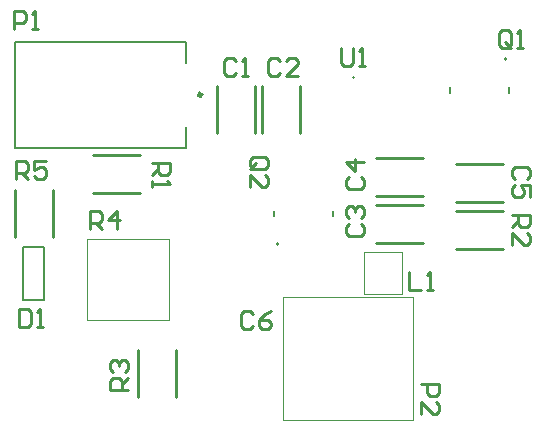
<source format=gto>
G04*
G04 #@! TF.GenerationSoftware,Altium Limited,Altium Designer,20.0.2 (26)*
G04*
G04 Layer_Color=65535*
%FSLAX44Y44*%
%MOMM*%
G71*
G01*
G75*
%ADD10C,0.3000*%
%ADD11C,0.2000*%
%ADD12C,0.1000*%
%ADD13C,0.2540*%
%ADD14C,0.1270*%
D10*
X161510Y276860D02*
G03*
X161510Y276860I-1500J0D01*
G01*
D11*
X226425Y150495D02*
G03*
X226425Y150495I-1000J0D01*
G01*
X419465Y306945D02*
G03*
X419465Y306945I-1000J0D01*
G01*
X10050Y103460D02*
X28050D01*
Y147910D01*
X10050D02*
X28050D01*
X10050Y103460D02*
Y147910D01*
D12*
X64350Y155100D02*
X133750D01*
Y86300D02*
Y155100D01*
X133650Y86200D02*
X133750Y86300D01*
X64250Y86200D02*
X133650D01*
X64250D02*
X64350Y86300D01*
Y155100D01*
X298960Y143730D02*
X330960D01*
X298960Y107730D02*
Y143730D01*
Y107730D02*
X330960D01*
Y143730D01*
X230090Y1340D02*
X340090D01*
X230090D02*
Y105340D01*
X340090D01*
Y1340D02*
Y105340D01*
D13*
X308930Y191010D02*
X348930D01*
X308930Y223010D02*
X348930D01*
X376240Y217930D02*
X416240D01*
X376240Y185930D02*
X416240D01*
X174500Y244160D02*
Y284160D01*
X206500Y244160D02*
Y284160D01*
X289350Y292160D02*
X289450D01*
X139190Y20640D02*
Y60640D01*
X107190Y20640D02*
Y60640D01*
X376240Y178560D02*
X416240D01*
X376240Y146560D02*
X416240D01*
X69000Y194000D02*
X109000D01*
X69000Y226000D02*
X109000D01*
X308930Y151640D02*
X348930D01*
X308930Y183640D02*
X348930D01*
X212600Y244160D02*
Y284160D01*
X244600Y244160D02*
Y284160D01*
X35050Y156530D02*
Y196530D01*
X3050Y156530D02*
Y196530D01*
X66392Y163174D02*
Y178409D01*
X74010D01*
X76549Y175870D01*
Y170791D01*
X74010Y168252D01*
X66392D01*
X71470D02*
X76549Y163174D01*
X89245D02*
Y178409D01*
X81627Y170791D01*
X91784D01*
X190497Y305812D02*
X187957Y308351D01*
X182879D01*
X180340Y305812D01*
Y295655D01*
X182879Y293116D01*
X187957D01*
X190497Y295655D01*
X195575Y293116D02*
X200653D01*
X198114D01*
Y308351D01*
X195575Y305812D01*
X279654Y316225D02*
Y303529D01*
X282193Y300990D01*
X287271D01*
X289811Y303529D01*
Y316225D01*
X294889Y300990D02*
X299967D01*
X297428D01*
Y316225D01*
X294889Y313686D01*
X4318Y205486D02*
Y220721D01*
X11935D01*
X14475Y218182D01*
Y213104D01*
X11935Y210564D01*
X4318D01*
X9396D02*
X14475Y205486D01*
X29710Y220721D02*
X19553D01*
Y213104D01*
X24631Y215643D01*
X27171D01*
X29710Y213104D01*
Y208025D01*
X27171Y205486D01*
X22092D01*
X19553Y208025D01*
X99060Y26670D02*
X83825D01*
Y34288D01*
X86364Y36827D01*
X91442D01*
X93982Y34288D01*
Y26670D01*
Y31748D02*
X99060Y36827D01*
X86364Y41905D02*
X83825Y44444D01*
Y49523D01*
X86364Y52062D01*
X88903D01*
X91442Y49523D01*
Y46983D01*
Y49523D01*
X93982Y52062D01*
X96521D01*
X99060Y49523D01*
Y44444D01*
X96521Y41905D01*
X424180Y175260D02*
X439415D01*
Y167642D01*
X436876Y165103D01*
X431797D01*
X429258Y167642D01*
Y175260D01*
Y170182D02*
X424180Y165103D01*
Y149868D02*
Y160025D01*
X434337Y149868D01*
X436876D01*
X439415Y152407D01*
Y157486D01*
X436876Y160025D01*
X119100Y219370D02*
X134335D01*
Y211752D01*
X131796Y209213D01*
X126718D01*
X124178Y211752D01*
Y219370D01*
Y214292D02*
X119100Y209213D01*
Y204135D02*
Y199057D01*
Y201596D01*
X134335D01*
X131796Y204135D01*
X204469Y213603D02*
X214626D01*
X217165Y216143D01*
Y221221D01*
X214626Y223760D01*
X204469D01*
X201930Y221221D01*
Y216143D01*
X207008Y218682D02*
X201930Y213603D01*
Y216143D02*
X204469Y213603D01*
X201930Y198368D02*
Y208525D01*
X212087Y198368D01*
X214626D01*
X217165Y200907D01*
Y205986D01*
X214626Y208525D01*
X422907Y318769D02*
Y328926D01*
X420368Y331465D01*
X415289D01*
X412750Y328926D01*
Y318769D01*
X415289Y316230D01*
X420368D01*
X417828Y321308D02*
X422907Y316230D01*
X420368D02*
X422907Y318769D01*
X427985Y316230D02*
X433063D01*
X430524D01*
Y331465D01*
X427985Y328926D01*
X346710Y31750D02*
X361945D01*
Y24132D01*
X359406Y21593D01*
X354328D01*
X351788Y24132D01*
Y31750D01*
X346710Y6358D02*
Y16515D01*
X356867Y6358D01*
X359406D01*
X361945Y8897D01*
Y13976D01*
X359406Y16515D01*
X2794Y332232D02*
Y347467D01*
X10411D01*
X12951Y344928D01*
Y339850D01*
X10411Y337310D01*
X2794D01*
X18029Y332232D02*
X23107D01*
X20568D01*
Y347467D01*
X18029Y344928D01*
X336550Y126995D02*
Y111760D01*
X346707D01*
X351785D02*
X356863D01*
X354324D01*
Y126995D01*
X351785Y124456D01*
X6350Y95245D02*
Y80010D01*
X13967D01*
X16507Y82549D01*
Y92706D01*
X13967Y95245D01*
X6350D01*
X21585Y80010D02*
X26663D01*
X24124D01*
Y95245D01*
X21585Y92706D01*
X204467Y91436D02*
X201928Y93975D01*
X196849D01*
X194310Y91436D01*
Y81279D01*
X196849Y78740D01*
X201928D01*
X204467Y81279D01*
X219702Y93975D02*
X214623Y91436D01*
X209545Y86357D01*
Y81279D01*
X212084Y78740D01*
X217163D01*
X219702Y81279D01*
Y83818D01*
X217163Y86357D01*
X209545D01*
X436876Y205743D02*
X439415Y208283D01*
Y213361D01*
X436876Y215900D01*
X426719D01*
X424180Y213361D01*
Y208283D01*
X426719Y205743D01*
X439415Y190508D02*
Y200665D01*
X431797D01*
X434337Y195587D01*
Y193047D01*
X431797Y190508D01*
X426719D01*
X424180Y193047D01*
Y198126D01*
X426719Y200665D01*
X285754Y207007D02*
X283215Y204468D01*
Y199389D01*
X285754Y196850D01*
X295911D01*
X298450Y199389D01*
Y204468D01*
X295911Y207007D01*
X298450Y219703D02*
X283215D01*
X290833Y212085D01*
Y222242D01*
X285754Y167637D02*
X283215Y165098D01*
Y160019D01*
X285754Y157480D01*
X295911D01*
X298450Y160019D01*
Y165098D01*
X295911Y167637D01*
X285754Y172715D02*
X283215Y175254D01*
Y180333D01*
X285754Y182872D01*
X288293D01*
X290833Y180333D01*
Y177793D01*
Y180333D01*
X293372Y182872D01*
X295911D01*
X298450Y180333D01*
Y175254D01*
X295911Y172715D01*
X227962Y305812D02*
X225422Y308351D01*
X220344D01*
X217805Y305812D01*
Y295655D01*
X220344Y293116D01*
X225422D01*
X227962Y295655D01*
X243197Y293116D02*
X233040D01*
X243197Y303273D01*
Y305812D01*
X240658Y308351D01*
X235579D01*
X233040Y305812D01*
D14*
X3010Y231860D02*
Y321860D01*
X148010D01*
Y303860D02*
Y321860D01*
X3010Y231860D02*
X148010D01*
Y249860D01*
X272650Y174130D02*
Y178730D01*
X222650Y174130D02*
Y178730D01*
X371240Y278710D02*
Y283310D01*
X421240Y278710D02*
Y283310D01*
M02*

</source>
